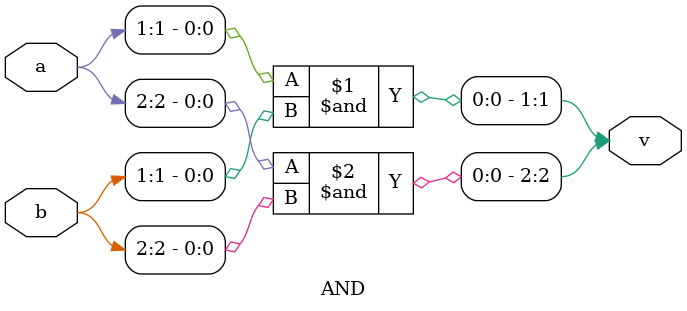
<source format=v>
module AND (a,b,v);
input [2:1] a, b;
output [2:1] v;
	assign v[1] = a[1] & b[1];
	assign v[2] = a[2] & b[2];
endmodule

</source>
